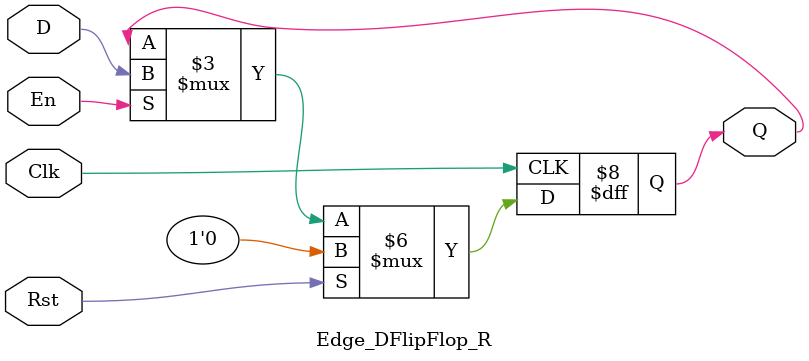
<source format=v>
module Edge_DFlipFlop_R (D,Clk,Rst,En,Q);
  input D; // Data input 
  input Clk; // clock input 
  input Rst,En; //synchronous reset 
  output reg Q; // output Q 
  always @(negedge Clk) 
  begin
    if(Rst==1'b1)
       Q <= 1'b0; 
    else if(En)
       Q <= D; 
  end 
endmodule

</source>
